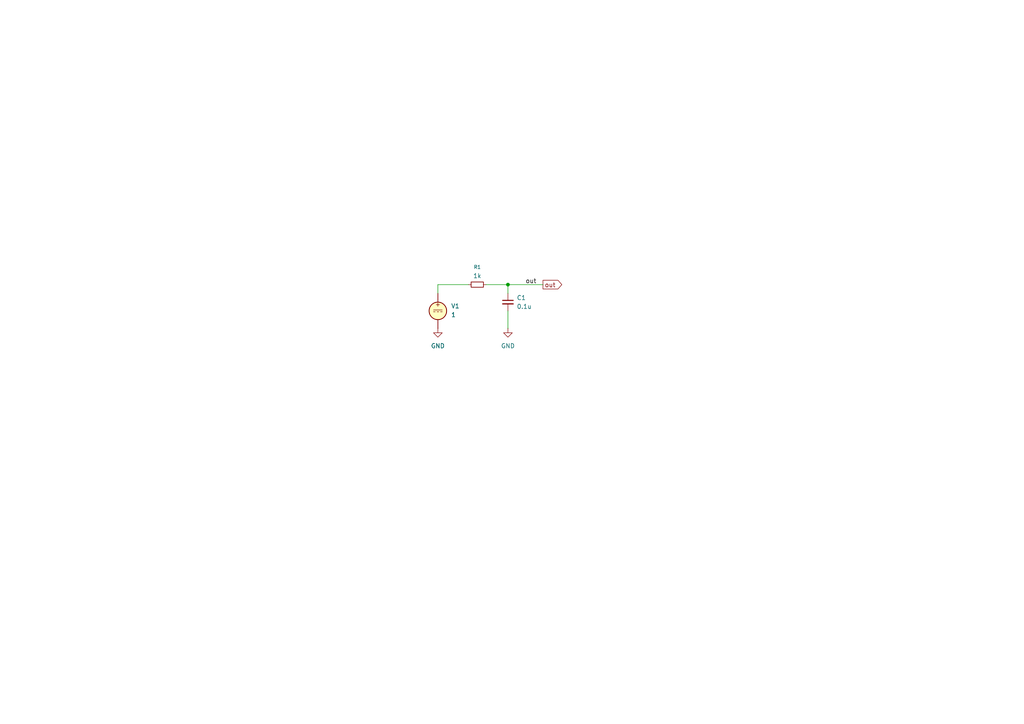
<source format=kicad_sch>
(kicad_sch (version 20250114) (generator "eeschema") (generator_version "9.0")
  (paper "A4")
  (lib_symbols
    (symbol "Device:C_Small" (pin_numbers (hide yes)) (pin_names (offset 0.254) (hide yes))
      (property "Reference" "C" (at 0.254 1.778 0))
      (property "Value" "C_Small" (at 0.254 -2.032 0))
      (symbol "C_Small_0_1"
        (polyline (pts (xy -1.524 0.508) (xy 1.524 0.508)) (stroke (width 0.3048)))
        (polyline (pts (xy -1.524 -0.508) (xy 1.524 -0.508)) (stroke (width 0.3302)))
      )
      (symbol "C_Small_1_1"
        (pin passive line (at 0 2.54 270) (length 2.032) (name "~") (number "1"))
        (pin passive line (at 0 -2.54 90) (length 2.032) (name "~") (number "2"))
      )
    )
    (symbol "Device:R_Small" (pin_numbers (hide yes)) (pin_names (offset 0.254) (hide yes))
      (property "Reference" "R" (at 0 0 90))
      (property "Value" "R_Small" (at 1.778 0 90))
      (symbol "R_Small_0_1"
        (rectangle (start -0.762 1.778) (end 0.762 -1.778) (stroke (width 0.2032)))
      )
      (symbol "R_Small_1_1"
        (pin passive line (at 0 2.54 270) (length 0.762) (name "~") (number "1"))
        (pin passive line (at 0 -2.54 90) (length 0.762) (name "~") (number "2"))
      )
    )
    (symbol "Simulation_SPICE:VDC" (pin_numbers (hide yes)) (pin_names (offset 0.0254))
      (property "Reference" "V" (at 2.54 2.54 0))
      (property "Value" "1" (at 2.54 0 0))
      (symbol "VDC_0_0"
        (polyline (pts (xy -1.27 0.254) (xy 1.27 0.254)))
        (polyline (pts (xy -0.762 -0.254) (xy -1.27 -0.254)))
        (polyline (pts (xy 0.254 -0.254) (xy -0.254 -0.254)))
        (polyline (pts (xy 1.27 -0.254) (xy 0.762 -0.254)))
        (text "+" (at 0 1.905 0) (effects (font (size 1.27 1.27))))
      )
      (symbol "VDC_0_1"
        (circle (center 0 0) (radius 2.54) (stroke (width 0.254)) (fill (type background)))
      )
      (symbol "VDC_1_1"
        (pin passive line (at 0 5.08 270) (length 2.54) (name "~") (number "1"))
        (pin passive line (at 0 -5.08 90) (length 2.54) (name "~") (number "2"))
      )
    )
    (symbol "power:GND" (power) (pin_numbers (hide yes)) (pin_names (offset 0) (hide yes))
      (property "Value" "GND" (at 0 -3.81 0))
      (symbol "GND_0_1"
        (polyline (pts (xy 0 0) (xy 0 -1.27) (xy 1.27 -1.27) (xy 0 -2.54) (xy -1.27 -1.27) (xy 0 -1.27)))
      )
      (symbol "GND_1_1"
        (pin power_in line (at 0 0 270) (length 0) (name "~") (number "1"))
      )
    )
  )
  (junction (at 147.32 82.55))
  (wire (pts (xy 127 82.55) (xy 135.89 82.55)))
  (wire (pts (xy 147.32 82.55) (xy 157.48 82.55)))
  (wire (pts (xy 147.32 85.09) (xy 147.32 82.55)))
  (wire (pts (xy 147.32 82.55) (xy 140.97 82.55)))
  (wire (pts (xy 127 82.55) (xy 127 85.09)))
  (wire (pts (xy 147.32 90.17) (xy 147.32 95.25)))
  (label "out" (at 152.4 82.55 0))
  (global_label "out" (shape output) (at 157.48 82.55 0) (property "Intersheetrefs" "${INTERSHEET_REFS}" (effects (hide yes))))
  (symbol (lib_id "power:GND") (at 127 95.25 0) (unit 1)
    (property "Reference" "#PWR01" (effects (hide yes)))
    (property "Value" "GND" (at 127 100.33 0))
    (property "Description" "Power symbol creates a global label with name \"GND\" , ground" (effects (hide yes)))
  )
  (symbol (lib_id "Device:R_Small") (at 138.43 82.55 90) (unit 1)
    (property "Reference" "R1" (at 138.43 77.47 90) (effects (font (size 1.016 1.016))))
    (property "Value" "1k" (at 138.43 80.01 90))
    (property "Description" "Resistor, small symbol" (effects (hide yes)))
    (property "Sim.Device" "R" (effects (hide yes)))
    (property "Sim.Pins" "1=+ 2=-" (effects (hide yes)))
  )
  (symbol (lib_id "Simulation_SPICE:VDC") (at 127 90.17 0) (unit 1)
    (property "Reference" "V1" (at 130.81 88.7701 0) (effects (justify left)))
    (property "Value" "1" (at 130.81 91.3101 0) (effects (justify left)))
    (property "Datasheet" "https://ngspice.sourceforge.io/docs/ngspice-html-manual/manual.xhtml#sec_Independent_Sources_for" (effects (hide yes)))
    (property "Description" "Voltage source, DC" (effects (hide yes)))
    (property "Sim.Pins" "1=+ 2=-" (effects (hide yes)))
    (property "Sim.Type" "DC" (effects (hide yes)))
    (property "Sim.Device" "V" (effects (hide yes)))
    (property "Sim.Params" "ac=1 ph=0" (effects (hide yes)))
  )
  (symbol (lib_id "power:GND") (at 147.32 95.25 0) (unit 1)
    (property "Reference" "#PWR02" (effects (hide yes)))
    (property "Value" "GND" (at 147.32 100.33 0))
    (property "Description" "Power symbol creates a global label with name \"GND\" , ground" (effects (hide yes)))
  )
  (symbol (lib_id "Device:C_Small") (at 147.32 87.63 0) (unit 1)
    (property "Reference" "C1" (at 149.86 86.3662 0) (effects (justify left)))
    (property "Value" "0.1u" (at 149.86 88.9062 0) (effects (justify left)))
    (property "Description" "Unpolarized capacitor, small symbol" (effects (hide yes)))
    (property "Sim.Device" "C" (effects (hide yes)))
    (property "Sim.Pins" "1=+ 2=-" (effects (hide yes)))
  )
)
</source>
